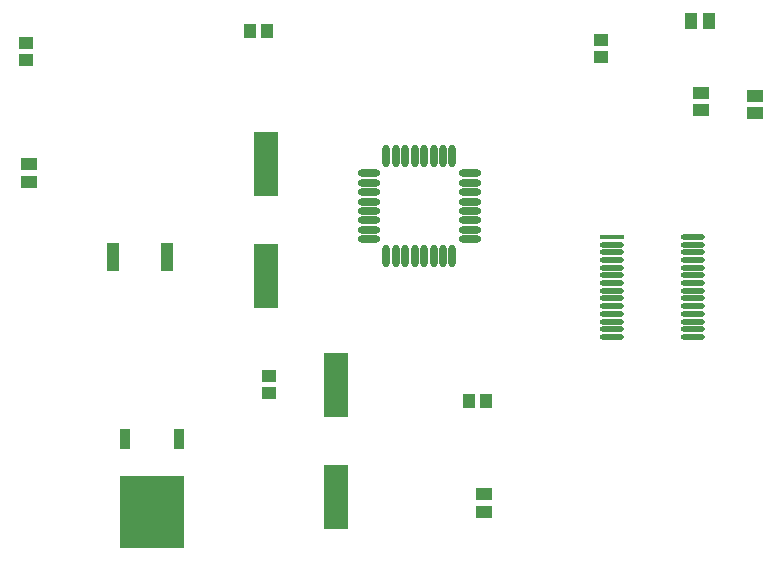
<source format=gtp>
G04*
G04 #@! TF.GenerationSoftware,Altium Limited,Altium Designer,22.0.2 (36)*
G04*
G04 Layer_Color=8421504*
%FSLAX25Y25*%
%MOIN*%
G70*
G04*
G04 #@! TF.SameCoordinates,531B55E9-8988-4262-B8BE-2375E0DFDCCA*
G04*
G04*
G04 #@! TF.FilePolarity,Positive*
G04*
G01*
G75*
%ADD18R,0.07874X0.21654*%
G04:AMPARAMS|DCode=19|XSize=80.82mil|YSize=17.91mil|CornerRadius=8.96mil|HoleSize=0mil|Usage=FLASHONLY|Rotation=0.000|XOffset=0mil|YOffset=0mil|HoleType=Round|Shape=RoundedRectangle|*
%AMROUNDEDRECTD19*
21,1,0.08082,0.00000,0,0,0.0*
21,1,0.06291,0.01791,0,0,0.0*
1,1,0.01791,0.03146,0.00000*
1,1,0.01791,-0.03146,0.00000*
1,1,0.01791,-0.03146,0.00000*
1,1,0.01791,0.03146,0.00000*
%
%ADD19ROUNDEDRECTD19*%
%ADD20R,0.08082X0.01791*%
%ADD21R,0.03937X0.05315*%
%ADD22R,0.03543X0.07087*%
%ADD23R,0.21457X0.24410*%
%ADD24R,0.03858X0.09449*%
%ADD25R,0.05315X0.03937*%
%ADD26O,0.02362X0.07677*%
%ADD27O,0.07677X0.02362*%
%ADD28R,0.05151X0.03960*%
%ADD29R,0.03960X0.05151*%
D18*
X127500Y90902D02*
D03*
Y53500D02*
D03*
X104361Y164589D02*
D03*
Y127188D02*
D03*
D19*
X246500Y140118D02*
D03*
Y137559D02*
D03*
Y135000D02*
D03*
Y132441D02*
D03*
Y129882D02*
D03*
Y127323D02*
D03*
Y124764D02*
D03*
Y122205D02*
D03*
Y119646D02*
D03*
Y117087D02*
D03*
Y114528D02*
D03*
Y111969D02*
D03*
Y109410D02*
D03*
Y106851D02*
D03*
X219531D02*
D03*
Y109410D02*
D03*
Y111969D02*
D03*
Y114528D02*
D03*
Y117087D02*
D03*
Y119646D02*
D03*
Y122205D02*
D03*
Y124764D02*
D03*
Y127323D02*
D03*
Y129882D02*
D03*
Y132441D02*
D03*
Y135000D02*
D03*
Y137559D02*
D03*
D20*
Y140118D02*
D03*
D21*
X251953Y212000D02*
D03*
X246047D02*
D03*
D22*
X75361Y72888D02*
D03*
X57408D02*
D03*
D23*
X66385Y48479D02*
D03*
D24*
X71314Y133388D02*
D03*
X53361D02*
D03*
D25*
X177000Y48547D02*
D03*
Y54453D02*
D03*
X249361Y182361D02*
D03*
Y188267D02*
D03*
X267361Y181361D02*
D03*
Y187267D02*
D03*
X25361Y158483D02*
D03*
Y164389D02*
D03*
D26*
X144337Y167121D02*
D03*
X147487D02*
D03*
X150636D02*
D03*
X153786D02*
D03*
X156936D02*
D03*
X160085D02*
D03*
X163235D02*
D03*
X166384D02*
D03*
Y133656D02*
D03*
X163235D02*
D03*
X160085D02*
D03*
X156936D02*
D03*
X153786D02*
D03*
X150636D02*
D03*
X147487D02*
D03*
X144337D02*
D03*
D27*
X172093Y161412D02*
D03*
Y158263D02*
D03*
Y155113D02*
D03*
Y151963D02*
D03*
Y148814D02*
D03*
Y145664D02*
D03*
Y142515D02*
D03*
Y139365D02*
D03*
X138629D02*
D03*
Y142515D02*
D03*
Y145664D02*
D03*
Y148814D02*
D03*
Y151963D02*
D03*
Y155113D02*
D03*
Y158263D02*
D03*
Y161412D02*
D03*
D28*
X215861Y205748D02*
D03*
Y200029D02*
D03*
X24361Y204748D02*
D03*
Y199029D02*
D03*
X105361Y93748D02*
D03*
Y88029D02*
D03*
D29*
X177500Y85500D02*
D03*
X171782D02*
D03*
X104720Y208889D02*
D03*
X99002D02*
D03*
M02*

</source>
